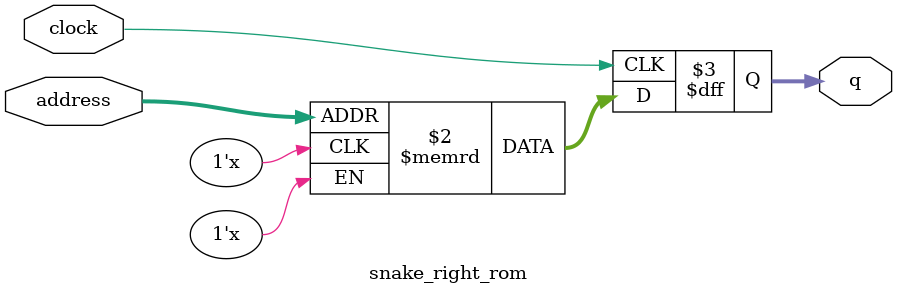
<source format=sv>
module snake_right_rom (
	input logic clock,
	input logic [9:0] address,
	output logic [3:0] q
);

logic [3:0] memory [0:944] /* synthesis ram_init_file = "./snake_right.mif" */;

always_ff @ (posedge clock) begin
	q <= memory[address];
end

endmodule

</source>
